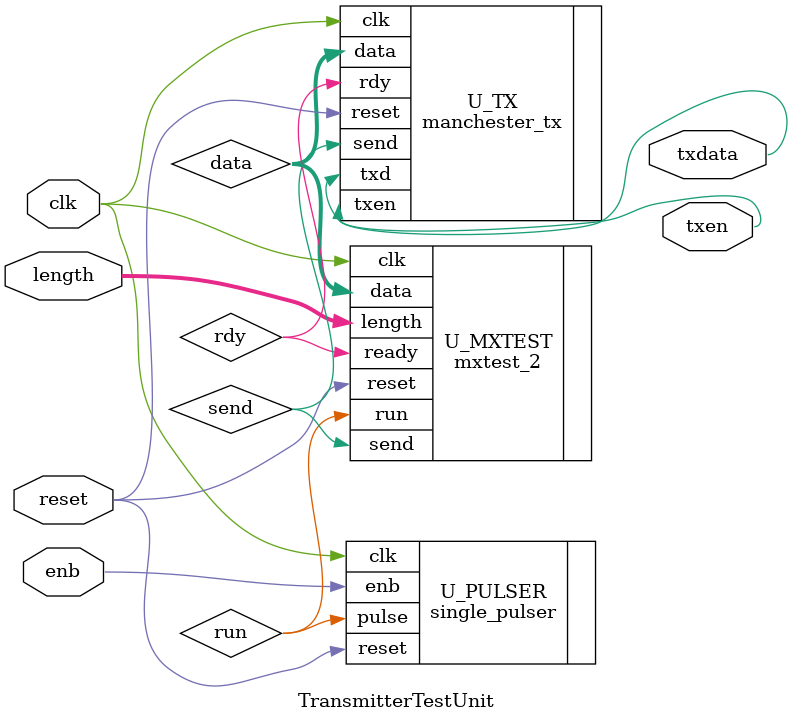
<source format=sv>
`timescale 1ns / 1ps

module TransmitterTestUnit(
			input logic clk,
			input logic reset,
			input logic enb,
			input logic [5:0] length,
			output logic txen,
			output logic txdata
            );


    // Connection between mx_test and data
	logic [7:0] data;
	
	
	logic send; // internal send signal
	logic run; // run signal

	// Modules to connect
	
	// Single pulser to enable MX_test once
	single_pulser U_PULSER (.clk, .reset, .pulse(run), .enb);

	// mx_test, ROM to send bytes 
	mxtest_2 U_MXTEST (.clk, .reset, .run, .length, .send, .data, .ready(rdy));

	// transmitter 
	manchester_tx U_TX (.clk, .reset, .send, .txen, .data, .rdy, .txd(txdata));

                                            
endmodule

</source>
